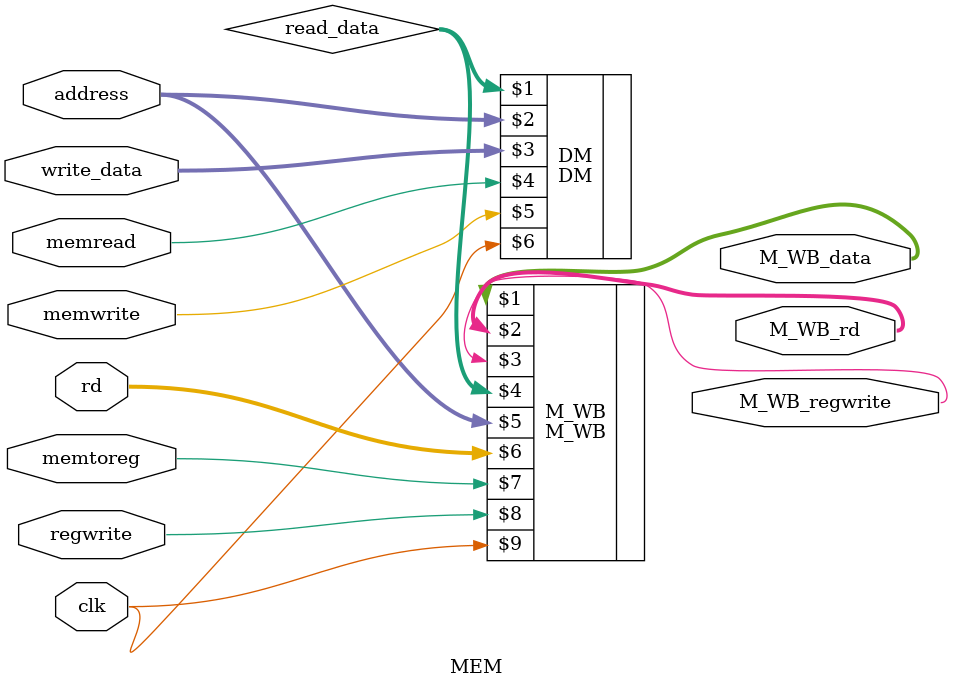
<source format=v>
`timescale 1ns/1ns
module MEM (M_WB_data, M_WB_rd, M_WB_regwrite, address, write_data, rd, memread, memwrite, memtoreg, regwrite, clk);
  
  output [31:0] M_WB_data;
  output [4:0] M_WB_rd;
  output M_WB_regwrite;
  input [31:0] address, write_data;
  input [4:0] rd;
  input memread, memwrite, memtoreg, regwrite, clk;
  
  wire [31:0] read_data;
  
  DM DM (read_data, address, write_data, memread, memwrite, clk);
  M_WB M_WB (M_WB_data, M_WB_rd, M_WB_regwrite, read_data, address, rd, memtoreg, regwrite, clk);

endmodule


</source>
